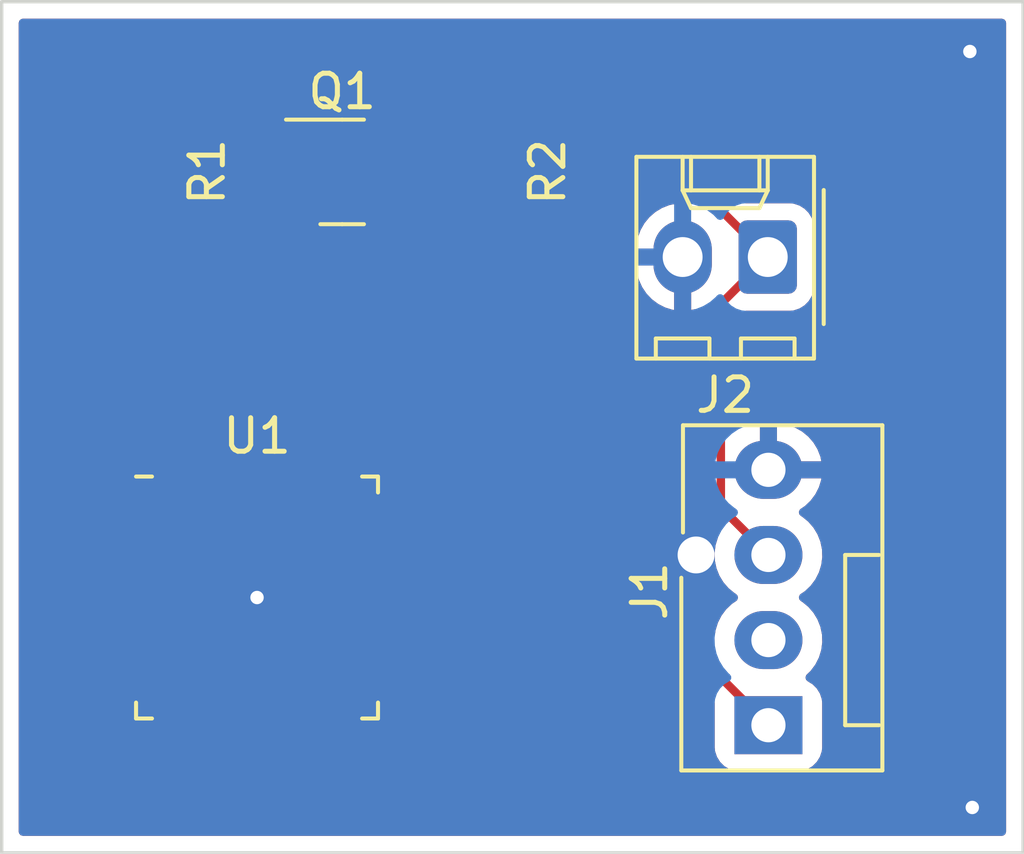
<source format=kicad_pcb>
(kicad_pcb (version 20211014) (generator pcbnew)
  (layers (0 "F.Cu" signal) (31 "B.Cu" signal) (34 "B.Paste" user) (35 "F.Paste" user) (36 "B.SilkS" user "B.Silkscreen") (37 "F.SilkS" user "F.Silkscreen") (38 "B.Mask" user) (39 "F.Mask" user) (44 "Edge.Cuts" user))
  (net 0 "")
  (net 1 "+3V3")
  (net 2 "LV1")
  (net 3 "HV1")
  (net 4 "+5V")
  (net 51 "GND")
  (footprint "Resistor_SMD:R_0201_0603Metric" (layer "F.Cu") (at 127 53.34 -90)
    (fp_text reference "R1" (at 0 -1.05 90) (layer "F.SilkS"))
    (fp_text value "10K")
    (pad "1" smd roundrect locked (at -0.32 0 270) (size 0.46 0.4) (layers "F.Cu" "F.Mask") (net 1 "+3V3"))
    (pad "2" smd roundrect locked (at 0.32 0 270) (size 0.46 0.4) (layers "F.Cu" "F.Mask") (net 2 "LV1"))
  )
  (footprint "Connector:FanPinHeader_1x04_P2.54mm_Vertical" (layer "F.Cu") (at 144.8 69.85 90)
    (fp_text reference "J1" (at 4 -3.55 90) (layer "F.SilkS"))
    (fp_text value "Conn_01x04")
    (fp_line (start 8.95 -2.55) (end 8.95 3.4) (layer "F.SilkS") (width 0.12))
    (fp_line (start -1.35 -2.6) (end 4.4 -2.6) (layer "F.SilkS") (width 0.12))
    (fp_line (start 8.95 3.4) (end -1.35 3.4) (layer "F.SilkS") (width 0.12))
    (fp_line (start 0 3.3) (end 0 2.29) (layer "F.SilkS") (width 0.12))
    (fp_line (start 5.75 -2.55) (end 8.95 -2.55) (layer "F.SilkS") (width 0.12))
    (fp_line (start -1.35 3.4) (end -1.35 -2.6) (layer "F.SilkS") (width 0.12))
    (fp_line (start 0 2.29) (end 5.08 2.29) (layer "F.SilkS") (width 0.12))
    (fp_line (start 5.08 2.29) (end 5.08 3.3) (layer "F.SilkS") (width 0.12))
    (pad "" np_thru_hole circle locked (at 5.08 -2.16 180) (size 1.1 1.1) (drill 1.1) (layers *.Cu *.Mask))
    (pad "1" thru_hole rect locked (at 0 0 180) (size 2.03 1.73) (drill 1.02) (layers *.Cu *.Mask) (net 3 "HV1"))
    (pad "2" thru_hole oval locked (at 2.54 0 180) (size 2.03 1.73) (drill 1.02) (layers *.Cu *.Mask))
    (pad "3" thru_hole oval locked (at 5.08 0 180) (size 2.03 1.73) (drill 1.02) (layers *.Cu *.Mask) (net 4 "+5V"))
    (pad "4" thru_hole oval locked (at 7.62 0 180) (size 2.03 1.73) (drill 1.02) (layers *.Cu *.Mask) (net 51 "GND"))
  )
  (footprint "Resistor_SMD:R_0201_0603Metric" (layer "F.Cu") (at 137.16 53.34 -90)
    (fp_text reference "R2" (at 0 -1.05 90) (layer "F.SilkS"))
    (fp_text value "10K")
    (pad "1" smd roundrect locked (at -0.32 0 270) (size 0.46 0.4) (layers "F.Cu" "F.Mask") (net 4 "+5V"))
    (pad "2" smd roundrect locked (at 0.32 0 270) (size 0.46 0.4) (layers "F.Cu" "F.Mask") (net 3 "HV1"))
  )
  (footprint "Connector_Molex:Molex_KK-254_AE-6410-02A_1x02_P2.54mm_Vertical" (layer "F.Cu") (at 144.78 55.88 180)
    (fp_text reference "J2" (at 1.27 -4.12) (layer "F.SilkS"))
    (fp_text value "Conn_01x02_Female")
    (fp_line (start 3.92 -3.03) (end -1.38 -3.03) (layer "F.SilkS") (width 0.12))
    (fp_line (start 2.29 1.46) (end 2.54 1.99) (layer "F.SilkS") (width 0.12))
    (fp_line (start -0.8 -2.43) (end 0.8 -2.43) (layer "F.SilkS") (width 0.12))
    (fp_line (start 0 1.99) (end 2.54 1.99) (layer "F.SilkS") (width 0.12))
    (fp_line (start 0 2.99) (end 0 1.99) (layer "F.SilkS") (width 0.12))
    (fp_line (start 1.74 -3.03) (end 1.74 -2.43) (layer "F.SilkS") (width 0.12))
    (fp_line (start -0.8 -3.03) (end -0.8 -2.43) (layer "F.SilkS") (width 0.12))
    (fp_line (start 3.92 2.99) (end 3.92 -3.03) (layer "F.SilkS") (width 0.12))
    (fp_line (start 0 1.99) (end 0.25 1.46) (layer "F.SilkS") (width 0.12))
    (fp_line (start 2.54 1.99) (end 2.54 2.99) (layer "F.SilkS") (width 0.12))
    (fp_line (start -1.38 2.99) (end 3.92 2.99) (layer "F.SilkS") (width 0.12))
    (fp_line (start 3.34 -2.43) (end 3.34 -3.03) (layer "F.SilkS") (width 0.12))
    (fp_line (start -1.67 -2) (end -1.67 2) (layer "F.SilkS") (width 0.12))
    (fp_line (start 0.8 -2.43) (end 0.8 -3.03) (layer "F.SilkS") (width 0.12))
    (fp_line (start 0.25 1.46) (end 2.29 1.46) (layer "F.SilkS") (width 0.12))
    (fp_line (start 2.29 2.99) (end 2.29 1.99) (layer "F.SilkS") (width 0.12))
    (fp_line (start 0.25 2.99) (end 0.25 1.99) (layer "F.SilkS") (width 0.12))
    (fp_line (start 1.74 -2.43) (end 3.34 -2.43) (layer "F.SilkS") (width 0.12))
    (fp_line (start -1.38 -3.03) (end -1.38 2.99) (layer "F.SilkS") (width 0.12))
    (pad "1" thru_hole roundrect locked (at 0 0 180) (size 1.74 2.19) (drill 1.19) (layers *.Cu *.Mask) (roundrect_rratio 0.143678) (net 4 "+5V"))
    (pad "2" thru_hole oval locked (at 2.54 0 180) (size 1.74 2.19) (drill 1.19) (layers *.Cu *.Mask) (net 51 "GND"))
  )
  (footprint "Package_TO_SOT_SMD:SOT-23" (layer "F.Cu") (at 132.08 53.34)
    (fp_text reference "Q1" (at 0 -2.4) (layer "F.SilkS"))
    (fp_text value "BSS138")
    (fp_line (start 0 1.56) (end -0.65 1.56) (layer "F.SilkS") (width 0.12))
    (fp_line (start 0 -1.56) (end -1.675 -1.56) (layer "F.SilkS") (width 0.12))
    (fp_line (start 0 -1.56) (end 0.65 -1.56) (layer "F.SilkS") (width 0.12))
    (fp_line (start 0 1.56) (end 0.65 1.56) (layer "F.SilkS") (width 0.12))
    (pad "1" smd roundrect locked (at -0.9375 -0.95) (size 1.475 0.6) (layers "F.Cu" "F.Paste" "F.Mask") (net 1 "+3V3"))
    (pad "2" smd roundrect locked (at -0.9375 0.95) (size 1.475 0.6) (layers "F.Cu" "F.Paste" "F.Mask") (net 2 "LV1"))
    (pad "3" smd roundrect locked (at 0.9375 0) (size 1.475 0.6) (layers "F.Cu" "F.Paste" "F.Mask") (net 3 "HV1"))
  )
  (footprint "Package_DFN_QFN:QFN-48-1EP_7x7mm_P0.5mm_EP5.15x5.15mm" (layer "F.Cu") (at 129.54 66.04)
    (fp_text reference "U1" (at 0 -4.82) (layer "F.SilkS"))
    (fp_text value "ESP32-PICO-V3")
    (fp_line (start -3.135 -3.61) (end -3.61 -3.61) (layer "F.SilkS") (width 0.12))
    (fp_line (start 3.61 3.61) (end 3.61 3.135) (layer "F.SilkS") (width 0.12))
    (fp_line (start -3.61 3.61) (end -3.61 3.135) (layer "F.SilkS") (width 0.12))
    (fp_line (start -3.135 3.61) (end -3.61 3.61) (layer "F.SilkS") (width 0.12))
    (fp_line (start 3.61 -3.61) (end 3.61 -3.135) (layer "F.SilkS") (width 0.12))
    (fp_line (start 3.135 -3.61) (end 3.61 -3.61) (layer "F.SilkS") (width 0.12))
    (fp_line (start 3.135 3.61) (end 3.61 3.61) (layer "F.SilkS") (width 0.12))
    (pad "1" smd roundrect locked (at -3.4375 -2.75) (size 0.875 0.25) (layers "F.Cu" "F.Paste" "F.Mask") (net 1 "+3V3"))
    (pad "2" smd roundrect locked (at -3.4375 -2.25) (size 0.875 0.25) (layers "F.Cu" "F.Paste" "F.Mask"))
    (pad "3" smd roundrect locked (at -3.4375 -1.75) (size 0.875 0.25) (layers "F.Cu" "F.Paste" "F.Mask"))
    (pad "4" smd roundrect locked (at -3.4375 -1.25) (size 0.875 0.25) (layers "F.Cu" "F.Paste" "F.Mask"))
    (pad "5" smd roundrect locked (at -3.4375 -0.75) (size 0.875 0.25) (layers "F.Cu" "F.Paste" "F.Mask"))
    (pad "6" smd roundrect locked (at -3.4375 -0.25) (size 0.875 0.25) (layers "F.Cu" "F.Paste" "F.Mask"))
    (pad "7" smd roundrect locked (at -3.4375 0.25) (size 0.875 0.25) (layers "F.Cu" "F.Paste" "F.Mask"))
    (pad "8" smd roundrect locked (at -3.4375 0.75) (size 0.875 0.25) (layers "F.Cu" "F.Paste" "F.Mask"))
    (pad "9" smd roundrect locked (at -3.4375 1.25) (size 0.875 0.25) (layers "F.Cu" "F.Paste" "F.Mask"))
    (pad "10" smd roundrect locked (at -3.4375 1.75) (size 0.875 0.25) (layers "F.Cu" "F.Paste" "F.Mask"))
    (pad "11" smd roundrect locked (at -3.4375 2.25) (size 0.875 0.25) (layers "F.Cu" "F.Paste" "F.Mask"))
    (pad "12" smd roundrect locked (at -3.4375 2.75) (size 0.875 0.25) (layers "F.Cu" "F.Paste" "F.Mask"))
    (pad "13" smd roundrect locked (at -2.75 3.4375) (size 0.25 0.875) (layers "F.Cu" "F.Paste" "F.Mask"))
    (pad "14" smd roundrect locked (at -2.25 3.4375) (size 0.25 0.875) (layers "F.Cu" "F.Paste" "F.Mask"))
    (pad "15" smd roundrect locked (at -1.75 3.4375) (size 0.25 0.875) (layers "F.Cu" "F.Paste" "F.Mask"))
    (pad "16" smd roundrect locked (at -1.25 3.4375) (size 0.25 0.875) (layers "F.Cu" "F.Paste" "F.Mask"))
    (pad "17" smd roundrect locked (at -0.75 3.4375) (size 0.25 0.875) (layers "F.Cu" "F.Paste" "F.Mask"))
    (pad "18" smd roundrect locked (at -0.25 3.4375) (size 0.25 0.875) (layers "F.Cu" "F.Paste" "F.Mask"))
    (pad "19" smd roundrect locked (at 0.25 3.4375) (size 0.25 0.875) (layers "F.Cu" "F.Paste" "F.Mask"))
    (pad "20" smd roundrect locked (at 0.75 3.4375) (size 0.25 0.875) (layers "F.Cu" "F.Paste" "F.Mask"))
    (pad "21" smd roundrect locked (at 1.25 3.4375) (size 0.25 0.875) (layers "F.Cu" "F.Paste" "F.Mask"))
    (pad "22" smd roundrect locked (at 1.75 3.4375) (size 0.25 0.875) (layers "F.Cu" "F.Paste" "F.Mask"))
    (pad "23" smd roundrect locked (at 2.25 3.4375) (size 0.25 0.875) (layers "F.Cu" "F.Paste" "F.Mask"))
    (pad "24" smd roundrect locked (at 2.75 3.4375) (size 0.25 0.875) (layers "F.Cu" "F.Paste" "F.Mask"))
    (pad "25" smd roundrect locked (at 3.4375 2.75) (size 0.875 0.25) (layers "F.Cu" "F.Paste" "F.Mask"))
    (pad "26" smd roundrect locked (at 3.4375 2.25) (size 0.875 0.25) (layers "F.Cu" "F.Paste" "F.Mask"))
    (pad "27" smd roundrect locked (at 3.4375 1.75) (size 0.875 0.25) (layers "F.Cu" "F.Paste" "F.Mask"))
    (pad "28" smd roundrect locked (at 3.4375 1.25) (size 0.875 0.25) (layers "F.Cu" "F.Paste" "F.Mask"))
    (pad "29" smd roundrect locked (at 3.4375 0.75) (size 0.875 0.25) (layers "F.Cu" "F.Paste" "F.Mask"))
    (pad "30" smd roundrect locked (at 3.4375 0.25) (size 0.875 0.25) (layers "F.Cu" "F.Paste" "F.Mask"))
    (pad "31" smd roundrect locked (at 3.4375 -0.25) (size 0.875 0.25) (layers "F.Cu" "F.Paste" "F.Mask"))
    (pad "32" smd roundrect locked (at 3.4375 -0.75) (size 0.875 0.25) (layers "F.Cu" "F.Paste" "F.Mask"))
    (pad "33" smd roundrect locked (at 3.4375 -1.25) (size 0.875 0.25) (layers "F.Cu" "F.Paste" "F.Mask"))
    (pad "34" smd roundrect locked (at 3.4375 -1.75) (size 0.875 0.25) (layers "F.Cu" "F.Paste" "F.Mask"))
    (pad "35" smd roundrect locked (at 3.4375 -2.25) (size 0.875 0.25) (layers "F.Cu" "F.Paste" "F.Mask"))
    (pad "36" smd roundrect locked (at 3.4375 -2.75) (size 0.875 0.25) (layers "F.Cu" "F.Paste" "F.Mask"))
    (pad "37" smd roundrect locked (at 2.75 -3.4375) (size 0.25 0.875) (layers "F.Cu" "F.Paste" "F.Mask"))
    (pad "38" smd roundrect locked (at 2.25 -3.4375) (size 0.25 0.875) (layers "F.Cu" "F.Paste" "F.Mask"))
    (pad "39" smd roundrect locked (at 1.75 -3.4375) (size 0.25 0.875) (layers "F.Cu" "F.Paste" "F.Mask"))
    (pad "40" smd roundrect locked (at 1.25 -3.4375) (size 0.25 0.875) (layers "F.Cu" "F.Paste" "F.Mask"))
    (pad "41" smd roundrect locked (at 0.75 -3.4375) (size 0.25 0.875) (layers "F.Cu" "F.Paste" "F.Mask"))
    (pad "42" smd roundrect locked (at 0.25 -3.4375) (size 0.25 0.875) (layers "F.Cu" "F.Paste" "F.Mask") (net 2 "LV1"))
    (pad "43" smd roundrect locked (at -0.25 -3.4375) (size 0.25 0.875) (layers "F.Cu" "F.Paste" "F.Mask"))
    (pad "44" smd roundrect locked (at -0.75 -3.4375) (size 0.25 0.875) (layers "F.Cu" "F.Paste" "F.Mask"))
    (pad "45" smd roundrect locked (at -1.25 -3.4375) (size 0.25 0.875) (layers "F.Cu" "F.Paste" "F.Mask"))
    (pad "46" smd roundrect locked (at -1.75 -3.4375) (size 0.25 0.875) (layers "F.Cu" "F.Paste" "F.Mask"))
    (pad "47" smd roundrect locked (at -2.25 -3.4375) (size 0.25 0.875) (layers "F.Cu" "F.Paste" "F.Mask"))
    (pad "48" smd roundrect locked (at -2.75 -3.4375) (size 0.25 0.875) (layers "F.Cu" "F.Paste" "F.Mask"))
    (pad "49" smd rect locked (at 0 0) (size 5.15 5.15) (layers "F.Cu" "F.Mask") (net 51 "GND"))
  )
  (gr_rect (start 152.4 73.66) (end 121.92 48.26) (layer "Edge.Cuts") (width 0.1) (fill none))
  (segment (start 127 53.02) (end 126.809639 53.02) (width 0.25) (layer "F.Cu") (net 1))
  (segment (start 131.1425 52.39) (end 130.5125 53.02) (width 0.25) (layer "F.Cu") (net 1))
  (segment (start 126.1025 53.727139) (end 126.1025 63.29) (width 0.25) (layer "F.Cu") (net 1))
  (segment (start 130.5125 53.02) (end 127 53.02) (width 0.25) (layer "F.Cu") (net 1))
  (segment (start 126.809639 53.02) (end 126.1025 53.727139) (width 0.25) (layer "F.Cu") (net 1))
  (segment (start 130.5125 53.66) (end 127 53.66) (width 0.25) (layer "F.Cu") (net 2))
  (segment (start 129.79 62.6025) (end 129.79 55.6425) (width 0.25) (layer "F.Cu") (net 2))
  (segment (start 131.1425 54.29) (end 130.5125 53.66) (width 0.25) (layer "F.Cu") (net 2))
  (segment (start 129.79 55.6425) (end 131.1425 54.29) (width 0.25) (layer "F.Cu") (net 2))
  (segment (start 136.84 61.89) (end 136.84 53.66) (width 0.25) (layer "F.Cu") (net 3))
  (segment (start 133.3375 53.66) (end 136.84 53.66) (width 0.25) (layer "F.Cu") (net 3))
  (segment (start 136.84 53.66) (end 137.16 53.66) (width 0.25) (layer "F.Cu") (net 3))
  (segment (start 144.8 69.85) (end 136.84 61.89) (width 0.25) (layer "F.Cu") (net 3))
  (segment (start 133.0175 53.34) (end 133.3375 53.66) (width 0.25) (layer "F.Cu") (net 3))
  (segment (start 137.16 53.02) (end 141.92 53.02) (width 0.25) (layer "F.Cu") (net 4))
  (segment (start 143.38048 57.27952) (end 143.38048 63.35048) (width 0.25) (layer "F.Cu") (net 4))
  (segment (start 141.92 53.02) (end 144.78 55.88) (width 0.25) (layer "F.Cu") (net 4))
  (segment (start 144.78 55.88) (end 143.38048 57.27952) (width 0.25) (layer "F.Cu") (net 4))
  (segment (start 143.38048 63.35048) (end 144.8 64.77) (width 0.25) (layer "F.Cu") (net 4))
  (via (at 150.883528 72.304863) (size 0.8) (drill 0.4) (layers "F.Cu" "B.Cu") (net 51))
  (via (at 150.81076 49.746949) (size 0.8) (drill 0.4) (layers "F.Cu" "B.Cu") (net 51))
  (via (at 129.54 66.04) (size 0.8) (drill 0.4) (layers "F.Cu" "B.Cu") (net 51))
  (zone (net 51) (net_name "GND") (layer "F.Cu") (connect_pads (clearance 0.508)) (min_thickness 0.254) (fill yes (thermal_gap 0.508) (thermal_bridge_width 0.508))
    (polygon (pts (xy 152.4 73.66) (xy 121.92 73.66) (xy 121.92 48.26) (xy 152.4 48.26)))
  )
  (zone (net 51) (net_name "GND") (layer "B.Cu") (connect_pads (clearance 0.508)) (min_thickness 0.254) (fill yes (thermal_gap 0.508) (thermal_bridge_width 0.508))
    (polygon (pts (xy 152.4 73.66) (xy 121.92 73.66) (xy 121.92 48.26) (xy 152.4 48.26)))
  )
)
</source>
